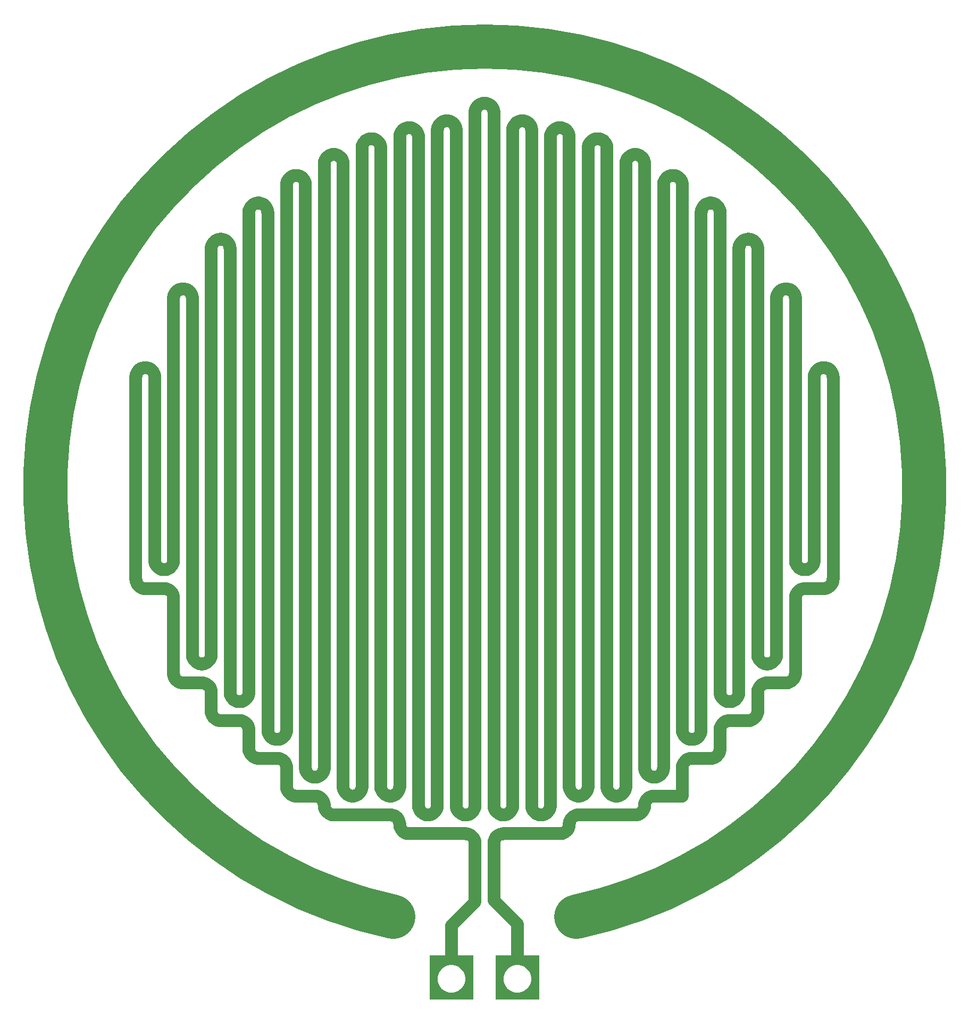
<source format=gtl>
%FSTAX44Y44*%
%MOMM*%
%SFA1B1*%

%IPPOS*%
%ADD11C,6.999986*%
%ADD15C,1.999996*%
%ADD16C,0.999998*%
%ADD17C,3.999992*%
%LNpcb1-1*%
%LPD*%
G36*
X-01571979Y00054459D02*
X-01641979D01*
Y0012446*
X-01571979*
Y00054459*
G37*
G36*
X-01466979D02*
X-01536979D01*
Y0012446*
X-01466979*
Y00054459*
G37*
%LNpcb1-2*%
%LPC*%
G36*
X-01609296Y00109479D02*
X-01613546Y00108634D01*
X-0161755Y00106975*
X-01621153Y00104568*
X-01624218Y00101503*
X-01626625Y000979*
X-01628284Y00093896*
X-01629129Y00089646*
Y00087479*
Y00085312*
X-01628284Y00081062*
X-01626625Y00077058*
X-01624218Y00073455*
X-01621153Y00070391*
X-0161755Y00067983*
X-01613546Y00066324*
X-01609296Y00065479*
X-01607129*
X-01604962*
X-01600712Y00066324*
X-01596708Y00067983*
X-01593105Y0007039*
X-01590041Y00073455*
X-01587633Y00077058*
X-01585976Y00081062*
X-01585129Y00085312*
Y00087479*
Y00089646*
X-01585974Y00093896*
X-01587633Y000979*
X-01590041Y00101503*
X-01593105Y00104568*
X-01596708Y00106975*
X-01600712Y00108634*
X-01604962Y00109479*
X-01607129*
X-01609296*
G37*
G36*
X-01504296D02*
X-01508546Y00108634D01*
X-0151255Y00106975*
X-01516153Y00104568*
X-01519218Y00101503*
X-01521625Y000979*
X-01523284Y00093896*
X-01524129Y00089646*
Y00087479*
Y00085312*
X-01523284Y00081062*
X-01521625Y00077058*
X-01519218Y00073455*
X-01516153Y00070391*
X-0151255Y00067983*
X-01508546Y00066324*
X-01504296Y00065479*
X-01502129*
X-01499962*
X-01495712Y00066324*
X-01491708Y00067983*
X-01488105Y0007039*
X-01485041Y00073455*
X-01482633Y00077058*
X-01480975Y00081062*
X-01480129Y00085312*
Y00087479*
Y00089646*
X-01480974Y00093896*
X-01482633Y000979*
X-01485041Y00101503*
X-01488105Y00104568*
X-01491708Y00106975*
X-01495712Y00108634*
X-01499962Y00109479*
X-01502129*
X-01504296*
G37*
%LNpcb1-3*%
%LPD*%
G54D11*
X-01408941Y00186516D02*
D01*
X-01361533Y00198336*
X-01315065Y00213435*
X-01269764Y00231738*
X-01225849Y00253156*
X-01183536Y00277586*
X-0114303Y00304908*
X-01104528Y00334988*
X-01068219Y00367682*
X-01034278Y00402828*
X-01002872Y00440256*
X-00974154Y00479784*
X-00948262Y00521219*
X-00925324Y0056436*
X-00905451Y00608995*
X-0088874Y00654908*
X-00875273Y00701874*
X-00865114Y00749666*
X-00858315Y00798049*
X-00854906Y0084679*
Y00895649*
X-00858314Y00944389*
X-00865114Y00992773*
X-00875273Y01040565*
X-0088874Y01087531*
X-00905451Y01133444*
X-00925324Y01178079*
X-00948262Y01221219*
X-00974153Y01262654*
X-01002872Y01302182*
X-01034278Y0133961*
X-01068219Y01374757*
X-01104528Y0140745*
X-0114303Y01437531*
X-01183536Y01464853*
X-01225849Y01489282*
X-01269764Y01510701*
X-01315065Y01529004*
X-01361533Y01544102*
X-01408941Y01555922*
X-01457058Y01564407*
X-0150565Y01569514*
X-01554479Y01571219*
X-01603309Y01569514*
X-016519Y01564407*
X-01700017Y01555922*
X-01747425Y01544102*
X-01793893Y01529004*
X-01839195Y01510701*
X-01883109Y01489283*
X-01925423Y01464853*
X-01965929Y01437531*
X-0200443Y0140745*
X-0204074Y01374757*
X-0207468Y01339611*
X-02106086Y01302182*
X-02134805Y01262654*
X-02160697Y01221219*
X-02183635Y01178079*
X-02203508Y01133444*
X-02220219Y01087531*
X-02233686Y01040565*
X-02243844Y00992773*
X-02250644Y00944389*
X-02254053Y00895649*
Y0084679*
X-02250644Y0079805*
X-02243844Y00749666*
X-02233686Y00701874*
X-02220219Y00654908*
X-02203508Y00608995*
X-02183635Y0056436*
X-02160697Y0052122*
X-02134805Y00479785*
X-02106087Y00440257*
X-02074681Y00402828*
X-0204074Y00367682*
X-02004431Y00334989*
X-01965929Y00304908*
X-01925423Y00277586*
X-0188311Y00253156*
X-01839195Y00231738*
X-01793894Y00213435*
X-01747426Y00198337*
X-01700018Y00186517*
X-01700017Y00186516*
G54D15*
X-01539479Y0146558D02*
D01*
X-01539516Y01466626*
X-01539625Y01467667*
X-01539807Y01468698*
X-0154006Y01469714*
X-01540384Y0147071*
X-01540776Y0147168*
X-01541235Y01472621*
X-01541759Y01473528*
X-01542344Y01474396*
X-01542989Y01475221*
X-01543689Y01475999*
X-01544442Y01476727*
X-01545245Y014774*
X-01546091Y01478015*
X-01546979Y0147857*
X-01547904Y01479061*
X-0154886Y01479487*
X-01549844Y01479845*
X-01550851Y01480134*
X-01551875Y01480351*
X-01552912Y01480497*
X-01553956Y0148057*
X-01555003*
X-01556047Y01480497*
X-01557084Y01480351*
X-01558108Y01480134*
X-01559115Y01479845*
X-01560098Y01479487*
X-01561055Y01479061*
X-01561979Y0147857*
X-01562867Y01478015*
X-01563714Y014774*
X-01564516Y01476727*
X-01565269Y01475999*
X-0156597Y01475221*
X-01566615Y01474396*
X-015672Y01473528*
X-01567724Y01472621*
X-01568183Y0147168*
X-01568575Y0147071*
X-01568898Y01469714*
X-01569152Y01468698*
X-01569333Y01467667*
X-01569443Y01466626*
X-01569479Y0146558*
X-01584479Y00348369D02*
D01*
X-01583433Y00348406*
X-01582392Y00348515*
X-01581361Y00348697*
X-01580345Y00348951*
X-01579349Y00349274*
X-01578378Y00349666*
X-01577437Y00350125*
X-01576531Y00350649*
X-01575663Y00351234*
X-01574838Y00351879*
X-0157406Y00352579*
X-01573332Y00353332*
X-01572659Y00354134*
X-01572044Y00354982*
X-01571489Y00355869*
X-01570997Y00356794*
X-01570572Y0035775*
X-01570214Y00358734*
X-01569925Y0035974*
X-01569707Y00360765*
X-01569562Y00361801*
X-01569489Y00362846*
X-01569479Y00363369*
X-01599479D02*
D01*
X-01599443Y00362323*
X-01599333Y00361282*
X-01599151Y00360251*
X-01598898Y00359235*
X-01598575Y00358239*
X-01598182Y00357268*
X-01597724Y00356327*
X-015972Y00355421*
X-01596615Y00354553*
X-0159597Y00353728*
X-01595269Y0035295*
X-01594516Y00352222*
X-01593714Y00351549*
X-01592867Y00350934*
X-01591979Y00350379*
X-01591055Y00349888*
X-01590098Y00349462*
X-01589115Y00349103*
X-01588108Y00348815*
X-01587084Y00348597*
X-01586047Y00348451*
X-01585003Y00348379*
X-01584479Y00348369*
X-01599479Y01437591D02*
D01*
X-01599516Y01438638*
X-01599625Y01439679*
X-01599807Y0144071*
X-01600061Y01441726*
X-01600384Y01442722*
X-01600776Y01443692*
X-01601235Y01444633*
X-01601759Y0144554*
X-01602344Y01446408*
X-01602989Y01447233*
X-01603689Y01448011*
X-01604442Y01448739*
X-01605244Y01449412*
X-01606092Y01450027*
X-01606979Y01450582*
X-01607904Y01451073*
X-0160886Y01451499*
X-01609844Y01451857*
X-0161085Y01452146*
X-01611875Y01452363*
X-01612911Y01452509*
X-01613956Y01452582*
X-01614479Y01452591*
D01*
X-01615526Y01452555*
X-01616567Y01452445*
X-01617598Y01452264*
X-01618614Y0145201*
X-0161961Y01451687*
X-0162058Y01451295*
X-01621522Y01450836*
X-01622428Y01450312*
X-01623296Y01449727*
X-01624121Y01449082*
X-01624899Y01448381*
X-01625626Y01447628*
X-016263Y01446826*
X-01626915Y01445979*
X-0162747Y01445091*
X-01627961Y01444167*
X-01628387Y0144321*
X-01628745Y01442227*
X-01629034Y0144122*
X-01629252Y01440196*
X-01629397Y01439159*
X-0162947Y01438115*
X-01629479Y01437591*
X-01644479Y00348369D02*
D01*
X-01643433Y00348406*
X-01642392Y00348515*
X-01641361Y00348697*
X-01640345Y00348951*
X-01639349Y00349274*
X-01638378Y00349666*
X-01637437Y00350125*
X-01636531Y00350649*
X-01635662Y00351234*
X-01634837Y00351879*
X-01634059Y00352579*
X-01633332Y00353332*
X-01632659Y00354134*
X-01632044Y00354982*
X-01631489Y00355869*
X-01630998Y00356794*
X-01630572Y0035775*
X-01630213Y00358734*
X-01629925Y0035974*
X-01629707Y00360765*
X-01629562Y00361801*
X-01629488Y00362846*
X-01629479Y00363369*
X-01659479D02*
D01*
X-01659443Y00362323*
X-01659333Y00361282*
X-01659152Y00360251*
X-01658898Y00359235*
X-01658575Y00358239*
X-01658183Y00357268*
X-01657724Y00356327*
X-016572Y00355421*
X-01656615Y00354553*
X-0165597Y00353728*
X-01655269Y0035295*
X-01654516Y00352222*
X-01653714Y00351549*
X-01652867Y00350934*
X-01651979Y00350379*
X-01651055Y00349888*
X-01650099Y00349462*
X-01649115Y00349103*
X-01648108Y00348815*
X-01647084Y00348597*
X-01646047Y00348451*
X-01645003Y00348379*
X-01644479Y00348369*
X-01659479Y01426652D02*
D01*
X-01659516Y01427699*
X-01659625Y0142874*
X-01659807Y01429771*
X-0166006Y01430787*
X-01660384Y01431783*
X-01660776Y01432753*
X-01661235Y01433694*
X-01661759Y01434601*
X-01662344Y01435469*
X-01662989Y01436294*
X-01663689Y01437072*
X-01664442Y014378*
X-01665244Y01438473*
X-01666091Y01439088*
X-01666979Y01439643*
X-01667904Y01440134*
X-0166886Y0144056*
X-01669844Y01440918*
X-01670851Y01441207*
X-01671875Y01441425*
X-01672912Y0144157*
X-01673956Y01441643*
X-01675003*
X-01676047Y0144157*
X-01677084Y01441425*
X-01678108Y01441207*
X-01679115Y01440918*
X-01680099Y0144056*
X-01681055Y01440134*
X-01681979Y01439643*
X-01682867Y01439088*
X-01683714Y01438473*
X-01684516Y014378*
X-01685269Y01437072*
X-0168597Y01436294*
X-01686615Y01435469*
X-016872Y01434601*
X-01687724Y01433694*
X-01688183Y01432753*
X-01688575Y01431783*
X-01688898Y01430787*
X-01689152Y01429771*
X-01689333Y0142874*
X-01689443Y01427699*
X-01689479Y01426652*
X-01719479Y00393369D02*
D01*
X-01719443Y00392323*
X-01719333Y00391282*
X-01719152Y00390251*
X-01718898Y00389235*
X-01718575Y00388239*
X-01718183Y00387268*
X-01717724Y00386327*
X-017172Y00385421*
X-01716615Y00384553*
X-0171597Y00383727*
X-01715269Y00382949*
X-01714516Y00382222*
X-01713714Y00381549*
X-01712867Y00380934*
X-01711979Y00380379*
X-01711055Y00379887*
X-01710098Y00379462*
X-01709115Y00379104*
X-01708108Y00378815*
X-01707084Y00378597*
X-01706047Y00378452*
X-01705003Y00378378*
X-01703956*
X-01702912Y00378452*
X-01701875Y00378597*
X-01700851Y00378815*
X-01699844Y00379104*
X-0169886Y00379462*
X-01697904Y00379887*
X-01696979Y00380379*
X-01696091Y00380934*
X-01695245Y00381549*
X-01694442Y00382222*
X-01693689Y00382949*
X-01692989Y00383727*
X-01692344Y00384553*
X-01691759Y00385421*
X-01691235Y00386327*
X-01690776Y00387268*
X-01690384Y00388239*
X-0169006Y00389235*
X-01689807Y00390251*
X-01689625Y00391282*
X-01689516Y00392323*
X-01689479Y00393369*
X-01719479Y01409024D02*
D01*
X-01719516Y01410071*
X-01719625Y01411112*
X-01719807Y01412143*
X-0172006Y01413159*
X-01720384Y01414155*
X-01720776Y01415125*
X-01721235Y01416067*
X-01721759Y01416973*
X-01722344Y01417841*
X-01722989Y01418666*
X-01723689Y01419444*
X-01724442Y01420172*
X-01725244Y01420845*
X-01726092Y0142146*
X-01726979Y01422015*
X-01727904Y01422506*
X-0172886Y01422932*
X-01729844Y0142329*
X-0173085Y01423579*
X-01731875Y01423797*
X-01732911Y01423942*
X-01733956Y01424015*
X-01735003*
X-01736047Y01423942*
X-01737084Y01423797*
X-01738108Y01423579*
X-01739115Y0142329*
X-01740098Y01422932*
X-01741055Y01422506*
X-01741979Y01422015*
X-01742867Y0142146*
X-01743714Y01420845*
X-01744516Y01420172*
X-0174527Y01419444*
X-0174597Y01418666*
X-01746615Y01417841*
X-017472Y01416973*
X-01747723Y01416067*
X-01748182Y01415125*
X-01748575Y01414155*
X-01748898Y01413159*
X-01749152Y01412143*
X-01749333Y01411112*
X-01749443Y01410071*
X-01749479Y01409024*
X-01779479Y00393369D02*
D01*
X-01779443Y00392323*
X-01779334Y00391282*
X-01779152Y00390251*
X-01778898Y00389235*
X-01778575Y00388239*
X-01778183Y00387268*
X-01777724Y00386327*
X-017772Y00385421*
X-01776615Y00384553*
X-0177597Y00383727*
X-0177527Y00382949*
X-01774516Y00382222*
X-01773714Y00381549*
X-01772867Y00380934*
X-01771979Y00380379*
X-01771055Y00379887*
X-01770099Y00379462*
X-01769115Y00379104*
X-01768108Y00378815*
X-01767084Y00378597*
X-01766047Y00378452*
X-01765003Y00378378*
X-01763956*
X-01762911Y00378452*
X-01761875Y00378597*
X-0176085Y00378815*
X-01759844Y00379104*
X-0175886Y00379462*
X-01757904Y00379887*
X-01756979Y00380379*
X-01756091Y00380934*
X-01755244Y00381549*
X-01754443Y00382222*
X-01753689Y00382949*
X-01752989Y00383727*
X-01752344Y00384553*
X-01751759Y00385421*
X-01751235Y00386327*
X-01750776Y00387268*
X-01750384Y00388239*
X-01750061Y00389235*
X-01749807Y00390251*
X-01749625Y00391282*
X-01749516Y00392323*
X-01749479Y00393369*
X-01779479Y01384039D02*
D01*
X-01779516Y01385086*
X-01779625Y01386127*
X-01779807Y01387158*
X-0178006Y01388174*
X-01780384Y0138917*
X-01780776Y0139014*
X-01781235Y01391082*
X-01781759Y01391988*
X-01782344Y01392856*
X-01782989Y01393681*
X-01783689Y01394459*
X-01784442Y01395186*
X-01785244Y0139586*
X-01786091Y01396475*
X-01786979Y0139703*
X-01787904Y01397521*
X-0178886Y01397947*
X-01789844Y01398305*
X-01790851Y01398594*
X-01791875Y01398812*
X-01792911Y01398957*
X-01793956Y0139903*
X-01795003*
X-01796047Y01398957*
X-01797084Y01398812*
X-01798108Y01398594*
X-01799115Y01398305*
X-01800099Y01397947*
X-01801055Y01397521*
X-01801979Y0139703*
X-01802867Y01396475*
X-01803714Y0139586*
X-01804516Y01395186*
X-01805269Y01394459*
X-0180597Y01393681*
X-01806615Y01392856*
X-018072Y01391988*
X-01807724Y01391082*
X-01808183Y0139014*
X-01808575Y0138917*
X-01808898Y01388174*
X-01809152Y01387158*
X-01809333Y01386127*
X-01809443Y01385086*
X-01809479Y01384039*
X-01839479Y00423369D02*
D01*
X-01839443Y00422323*
X-01839333Y00421282*
X-01839152Y00420251*
X-01838898Y00419235*
X-01838575Y00418239*
X-01838183Y00417268*
X-01837724Y00416327*
X-018372Y00415421*
X-01836615Y00414553*
X-0183597Y00413728*
X-01835269Y00412949*
X-01834516Y00412222*
X-01833714Y00411549*
X-01832867Y00410934*
X-01831979Y00410379*
X-01831055Y00409887*
X-01830098Y00409462*
X-01829115Y00409104*
X-01828108Y00408815*
X-01827084Y00408597*
X-01826047Y00408452*
X-01825003Y00408378*
X-01823956*
X-01822912Y00408452*
X-01821875Y00408597*
X-01820851Y00408815*
X-01819844Y00409104*
X-0181886Y00409462*
X-01817904Y00409887*
X-01816979Y00410379*
X-01816091Y00410934*
X-01815245Y00411549*
X-01814442Y00412222*
X-01813689Y00412949*
X-01812989Y00413728*
X-01812344Y00414553*
X-01811759Y00415421*
X-01811235Y00416327*
X-01810776Y00417268*
X-01810384Y00418239*
X-0181006Y00419235*
X-01809807Y00420251*
X-01809625Y00421282*
X-01809516Y00422323*
X-01809479Y00423369*
X-01839479Y01350581D02*
D01*
X-01839516Y01351628*
X-01839625Y01352669*
X-01839807Y013537*
X-0184006Y01354716*
X-01840384Y01355712*
X-01840776Y01356682*
X-01841235Y01357623*
X-01841759Y0135853*
X-01842344Y01359398*
X-01842989Y01360223*
X-01843689Y01361001*
X-01844442Y01361729*
X-01845244Y01362402*
X-01846092Y01363017*
X-01846979Y01363572*
X-01847904Y01364063*
X-0184886Y01364489*
X-01849844Y01364847*
X-01850851Y01365136*
X-01851875Y01365353*
X-01852911Y01365499*
X-01853956Y01365572*
X-01855003*
X-01856047Y01365499*
X-01857084Y01365353*
X-01858108Y01365136*
X-01859115Y01364847*
X-01860098Y01364489*
X-01861055Y01364063*
X-01861979Y01363572*
X-01862867Y01363017*
X-01863714Y01362402*
X-01864516Y01361729*
X-0186527Y01361001*
X-0186597Y01360223*
X-01866615Y01359398*
X-018672Y0135853*
X-01867723Y01357623*
X-01868182Y01356682*
X-01868575Y01355712*
X-01868898Y01354716*
X-01869151Y013537*
X-01869333Y01352669*
X-01869443Y01351628*
X-01869479Y01350581*
X-01899479Y00483369D02*
D01*
X-01899443Y00482323*
X-01899333Y00481282*
X-01899152Y00480251*
X-01898898Y00479235*
X-01898575Y00478239*
X-01898183Y00477268*
X-01897724Y00476327*
X-018972Y00475421*
X-01896615Y00474553*
X-0189597Y00473728*
X-0189527Y0047295*
X-01894516Y00472222*
X-01893714Y00471549*
X-01892867Y00470934*
X-01891979Y00470379*
X-01891055Y00469888*
X-01890099Y00469462*
X-01889115Y00469103*
X-01888108Y00468815*
X-01887084Y00468597*
X-01886047Y00468451*
X-01885003Y00468379*
X-01883956*
X-01882911Y00468451*
X-01881875Y00468597*
X-0188085Y00468815*
X-01879844Y00469103*
X-0187886Y00469462*
X-01877904Y00469888*
X-01876979Y00470379*
X-01876092Y00470934*
X-01875244Y00471549*
X-01874443Y00472222*
X-01873689Y0047295*
X-01872989Y00473728*
X-01872344Y00474553*
X-01871759Y00475421*
X-01871235Y00476327*
X-01870776Y00477268*
X-01870384Y00478239*
X-01870061Y00479235*
X-01869807Y00480251*
X-01869625Y00481282*
X-01869516Y00482323*
X-01869479Y00483369*
X-01899479Y01306767D02*
D01*
X-01899516Y01307814*
X-01899625Y01308855*
X-01899807Y01309886*
X-0190006Y01310902*
X-01900384Y01311898*
X-01900776Y01312868*
X-01901235Y01313809*
X-01901759Y01314716*
X-01902344Y01315584*
X-01902989Y01316409*
X-01903689Y01317187*
X-01904442Y01317915*
X-01905244Y01318587*
X-01906091Y01319203*
X-01906979Y01319758*
X-01907904Y01320249*
X-0190886Y01320675*
X-01909844Y01321033*
X-01910851Y01321322*
X-01911875Y01321539*
X-01912911Y01321685*
X-01913956Y01321758*
X-01915003*
X-01916047Y01321685*
X-01917084Y01321539*
X-01918108Y01321322*
X-01919115Y01321033*
X-01920099Y01320675*
X-01921055Y01320249*
X-01921979Y01319758*
X-01922867Y01319203*
X-01923714Y01318587*
X-01924516Y01317915*
X-01925269Y01317187*
X-0192597Y01316409*
X-01926615Y01315584*
X-019272Y01314716*
X-01927724Y01313809*
X-01928183Y01312868*
X-01928575Y01311898*
X-01928898Y01310902*
X-01929152Y01309886*
X-01929333Y01308855*
X-01929443Y01307814*
X-01929479Y01306767*
X-01959479Y00543369D02*
D01*
X-01959443Y00542323*
X-01959333Y00541282*
X-01959152Y00540251*
X-01958898Y00539235*
X-01958575Y00538239*
X-01958183Y00537268*
X-01957724Y00536327*
X-019572Y00535421*
X-01956615Y00534553*
X-0195597Y00533728*
X-01955269Y00532949*
X-01954516Y00532222*
X-01953714Y00531549*
X-01952867Y00530934*
X-01951979Y00530379*
X-01951055Y00529887*
X-01950098Y00529462*
X-01949115Y00529104*
X-01948108Y00528815*
X-01947084Y00528597*
X-01946047Y00528452*
X-01945003Y00528378*
X-01943956*
X-01942912Y00528452*
X-01941875Y00528597*
X-01940851Y00528815*
X-01939844Y00529104*
X-0193886Y00529462*
X-01937904Y00529887*
X-01936979Y00530379*
X-01936091Y00530934*
X-01935245Y00531549*
X-01934442Y00532222*
X-01933689Y00532949*
X-01932989Y00533728*
X-01932344Y00534553*
X-01931759Y00535421*
X-01931235Y00536327*
X-01930776Y00537268*
X-01930384Y00538239*
X-0193006Y00539235*
X-01929807Y00540251*
X-01929625Y00541282*
X-01929516Y00542323*
X-01929479Y00543369*
X-01959479Y01249148D02*
D01*
X-01959516Y01250195*
X-01959625Y01251236*
X-01959807Y01252267*
X-0196006Y01253283*
X-01960384Y01254279*
X-01960776Y01255249*
X-01961235Y01256191*
X-01961759Y01257097*
X-01962344Y01257965*
X-01962989Y0125879*
X-01963689Y01259568*
X-01964442Y01260295*
X-01965244Y01260969*
X-01966092Y01261584*
X-01966979Y01262139*
X-01967904Y0126263*
X-0196886Y01263056*
X-01969844Y01263414*
X-01970851Y01263703*
X-01971875Y01263921*
X-01972911Y01264066*
X-01973956Y01264139*
X-01975003*
X-01976047Y01264066*
X-01977084Y01263921*
X-01978108Y01263703*
X-01979115Y01263414*
X-01980098Y01263056*
X-01981055Y0126263*
X-01981979Y01262139*
X-01982867Y01261584*
X-01983714Y01260969*
X-01984516Y01260295*
X-0198527Y01259568*
X-0198597Y0125879*
X-01986615Y01257965*
X-019872Y01257097*
X-01987723Y01256191*
X-01988182Y01255249*
X-01988575Y01254279*
X-01988898Y01253283*
X-01989151Y01252267*
X-01989333Y01251236*
X-01989443Y01250195*
X-01989479Y01249148*
X-02019479Y00603369D02*
D01*
X-02019443Y00602323*
X-02019333Y00601282*
X-02019152Y00600251*
X-02018898Y00599235*
X-02018575Y00598239*
X-02018183Y00597268*
X-02017724Y00596327*
X-020172Y0059542*
X-02016615Y00594553*
X-0201597Y00593728*
X-0201527Y0059295*
X-02014516Y00592222*
X-02013714Y00591549*
X-02012867Y00590934*
X-02011979Y00590379*
X-02011055Y00589888*
X-02010098Y00589462*
X-02009115Y00589103*
X-02008108Y00588815*
X-02007084Y00588597*
X-02006047Y00588451*
X-02005003Y00588379*
X-02003956*
X-02002911Y00588451*
X-02001875Y00588597*
X-0200085Y00588815*
X-01999844Y00589103*
X-0199886Y00589462*
X-01997904Y00589888*
X-01996979Y00590379*
X-01996092Y00590934*
X-01995244Y00591549*
X-01994442Y00592222*
X-01993689Y0059295*
X-01992989Y00593728*
X-01992344Y00594553*
X-01991759Y0059542*
X-01991235Y00596327*
X-01990776Y00597268*
X-01990384Y00598239*
X-01990061Y00599235*
X-01989807Y00600251*
X-01989625Y00601282*
X-01989516Y00602323*
X-01989479Y00603369*
X-02019479Y01170215D02*
D01*
X-02019516Y01171262*
X-02019625Y01172303*
X-02019807Y01173334*
X-0202006Y0117435*
X-02020384Y01175346*
X-02020776Y01176316*
X-02021235Y01177257*
X-02021759Y01178164*
X-02022344Y01179032*
X-02022989Y01179857*
X-02023689Y01180635*
X-02024442Y01181363*
X-02025244Y01182035*
X-02026091Y01182651*
X-02026979Y01183206*
X-02027904Y01183697*
X-0202886Y01184123*
X-02029844Y01184481*
X-02030851Y0118477*
X-02031875Y01184987*
X-02032911Y01185133*
X-02033956Y01185206*
X-02035003*
X-02036047Y01185133*
X-02037084Y01184987*
X-02038108Y0118477*
X-02039115Y01184481*
X-02040099Y01184123*
X-02041055Y01183697*
X-02041979Y01183206*
X-02042867Y01182651*
X-02043714Y01182035*
X-02044516Y01181363*
X-02045269Y01180635*
X-0204597Y01179857*
X-02046615Y01179032*
X-020472Y01178164*
X-02047724Y01177257*
X-02048183Y01176316*
X-02048575Y01175346*
X-02048898Y0117435*
X-02049152Y01173334*
X-02049333Y01172303*
X-02049443Y01171262*
X-02049479Y01170215*
X-02079479Y00753369D02*
D01*
X-02079443Y00752323*
X-02079333Y00751282*
X-02079152Y00750251*
X-02078898Y00749235*
X-02078575Y00748239*
X-02078183Y00747268*
X-02077724Y00746327*
X-020772Y00745421*
X-02076615Y00744552*
X-0207597Y00743728*
X-02075269Y0074295*
X-02074516Y00742222*
X-02073714Y00741549*
X-02072867Y00740934*
X-02071979Y00740379*
X-02071055Y00739888*
X-02070098Y00739462*
X-02069115Y00739103*
X-02068108Y00738815*
X-02067084Y00738597*
X-02066047Y00738452*
X-02065003Y00738379*
X-02063956*
X-02062912Y00738452*
X-02061875Y00738597*
X-02060851Y00738815*
X-02059844Y00739103*
X-0205886Y00739462*
X-02057904Y00739888*
X-02056979Y00740379*
X-02056091Y00740934*
X-02055245Y00741549*
X-02054442Y00742222*
X-02053689Y0074295*
X-02052989Y00743728*
X-02052344Y00744552*
X-02051759Y00745421*
X-02051235Y00746327*
X-02050776Y00747268*
X-02050384Y00748239*
X-0205006Y00749235*
X-02049807Y00750251*
X-02049625Y00751282*
X-02049516Y00752323*
X-02049479Y00753369*
X-02079479Y01044881D02*
D01*
X-02079516Y01045928*
X-02079625Y01046969*
X-02079807Y01048*
X-0208006Y01049016*
X-02080384Y01050012*
X-02080776Y01050982*
X-02081235Y01051923*
X-02081759Y0105283*
X-02082344Y01053698*
X-02082989Y01054523*
X-02083689Y01055301*
X-02084442Y01056029*
X-02085245Y01056701*
X-02086092Y01057317*
X-02086979Y01057872*
X-02087904Y01058363*
X-0208886Y01058789*
X-02089844Y01059147*
X-02090851Y01059436*
X-02091875Y01059653*
X-02092911Y01059799*
X-02093956Y01059872*
X-02095003*
X-02096047Y01059799*
X-02097084Y01059653*
X-02098108Y01059436*
X-02099115Y01059147*
X-02100098Y01058789*
X-02101055Y01058363*
X-02101979Y01057872*
X-02102867Y01057317*
X-02103714Y01056701*
X-02104516Y01056029*
X-02105269Y01055301*
X-0210597Y01054523*
X-02106615Y01053698*
X-021072Y0105283*
X-02107724Y01051923*
X-02108182Y01050982*
X-02108575Y01050012*
X-02108898Y01049016*
X-02109151Y01048*
X-02109333Y01046969*
X-02109443Y01045928*
X-02109479Y01044881*
Y00723369D02*
D01*
X-02109443Y00722323*
X-02109333Y00721282*
X-02109151Y00720251*
X-02108898Y00719235*
X-02108575Y00718239*
X-02108182Y00717268*
X-02107724Y00716327*
X-021072Y0071542*
X-02106615Y00714553*
X-0210597Y00713728*
X-02105269Y0071295*
X-02104516Y00712222*
X-02103714Y00711549*
X-02102867Y00710934*
X-02101979Y00710379*
X-02101055Y00709887*
X-02100098Y00709462*
X-02099115Y00709103*
X-02098108Y00708815*
X-02097084Y00708597*
X-02096047Y00708451*
X-02095003Y00708379*
X-02094479Y00708369*
X-02049479Y00693369D02*
D01*
X-02049516Y00694416*
X-02049625Y00695457*
X-02049807Y00696488*
X-0205006Y00697504*
X-02050384Y006985*
X-02050776Y00699471*
X-02051235Y00700411*
X-02051759Y00701318*
X-02052344Y00702186*
X-02052989Y00703011*
X-02053689Y00703789*
X-02054442Y00704517*
X-02055245Y0070519*
X-02056091Y00705805*
X-02056979Y0070636*
X-02057904Y00706851*
X-0205886Y00707277*
X-02059844Y00707635*
X-02060851Y00707924*
X-02061875Y00708142*
X-02062912Y00708287*
X-02063956Y0070836*
X-02064479Y00708369*
X-02049479Y00573369D02*
D01*
X-02049443Y00572323*
X-02049333Y00571282*
X-02049152Y00570251*
X-02048898Y00569235*
X-02048575Y00568239*
X-02048183Y00567268*
X-02047724Y00566327*
X-020472Y00565421*
X-02046615Y00564553*
X-0204597Y00563728*
X-02045269Y0056295*
X-02044516Y00562222*
X-02043714Y00561549*
X-02042867Y00560934*
X-02041979Y00560379*
X-02041055Y00559887*
X-02040099Y00559462*
X-02039115Y00559104*
X-02038108Y00558815*
X-02037084Y00558597*
X-02036047Y00558452*
X-02035003Y00558379*
X-02034479Y00558369*
X-01989479Y00543369D02*
D01*
X-01989516Y00544416*
X-01989625Y00545457*
X-01989807Y00546488*
X-01990061Y00547504*
X-01990384Y005485*
X-01990776Y0054947*
X-01991235Y00550411*
X-01991759Y00551318*
X-01992344Y00552186*
X-01992989Y00553011*
X-01993689Y00553789*
X-01994442Y00554517*
X-01995244Y0055519*
X-01996092Y00555805*
X-01996979Y0055636*
X-01997904Y00556851*
X-0199886Y00557277*
X-01999844Y00557635*
X-0200085Y00557924*
X-02001875Y00558141*
X-02002911Y00558287*
X-02003956Y0055836*
X-02004479Y00558369*
X-01989479Y00513369D02*
D01*
X-01989443Y00512323*
X-01989333Y00511282*
X-01989151Y00510251*
X-01988898Y00509235*
X-01988575Y00508239*
X-01988182Y00507268*
X-01987723Y00506327*
X-019872Y00505421*
X-01986615Y00504553*
X-0198597Y00503727*
X-0198527Y00502949*
X-01984516Y00502222*
X-01983714Y00501549*
X-01982867Y00500934*
X-01981979Y00500379*
X-01981055Y00499888*
X-01980098Y00499462*
X-01979115Y00499103*
X-01978108Y00498815*
X-01977084Y00498597*
X-01976047Y00498452*
X-01975003Y00498378*
X-01974479Y00498369*
X-01929479Y00483369D02*
D01*
X-01929516Y00484416*
X-01929625Y00485457*
X-01929807Y00486488*
X-0193006Y00487504*
X-01930384Y004885*
X-01930776Y0048947*
X-01931235Y00490412*
X-01931759Y00491318*
X-01932344Y00492186*
X-01932989Y00493011*
X-01933689Y00493789*
X-01934442Y00494517*
X-01935245Y0049519*
X-01936091Y00495805*
X-01936979Y0049636*
X-01937904Y00496851*
X-0193886Y00497277*
X-01939844Y00497635*
X-01940851Y00497924*
X-01941875Y00498142*
X-01942912Y00498287*
X-01943956Y0049836*
X-01944479Y00498369*
X-01929479Y00453369D02*
D01*
X-01929443Y00452323*
X-01929333Y00451282*
X-01929152Y00450251*
X-01928898Y00449235*
X-01928575Y00448239*
X-01928183Y00447268*
X-01927724Y00446327*
X-019272Y00445421*
X-01926615Y00444553*
X-0192597Y00443728*
X-01925269Y0044295*
X-01924516Y00442222*
X-01923714Y00441549*
X-01922867Y00440934*
X-01921979Y00440379*
X-01921055Y00439887*
X-01920099Y00439462*
X-01919115Y00439104*
X-01918108Y00438815*
X-01917084Y00438597*
X-01916047Y00438452*
X-01915003Y00438379*
X-01914479Y00438369*
X-01869479Y00423369D02*
D01*
X-01869516Y00424416*
X-01869625Y00425457*
X-01869807Y00426488*
X-01870061Y00427504*
X-01870384Y004285*
X-01870776Y0042947*
X-01871235Y00430411*
X-01871759Y00431318*
X-01872344Y00432186*
X-01872989Y00433011*
X-01873689Y00433789*
X-01874443Y00434517*
X-01875244Y0043519*
X-01876092Y00435805*
X-01876979Y0043636*
X-01877904Y00436851*
X-0187886Y00437277*
X-01879844Y00437635*
X-0188085Y00437924*
X-01881875Y00438141*
X-01882911Y00438287*
X-01883956Y0043836*
X-01884479Y00438369*
X-01869479Y00393369D02*
D01*
X-01869443Y00392323*
X-01869333Y00391282*
X-01869151Y00390251*
X-01868898Y00389235*
X-01868575Y00388239*
X-01868182Y00387268*
X-01867723Y00386327*
X-018672Y00385421*
X-01866615Y00384553*
X-0186597Y00383727*
X-0186527Y00382949*
X-01864516Y00382222*
X-01863714Y00381549*
X-01862867Y00380934*
X-01861979Y00380379*
X-01861055Y00379887*
X-01860098Y00379462*
X-01859115Y00379104*
X-01858108Y00378815*
X-01857084Y00378597*
X-01856047Y00378452*
X-01855003Y00378378*
X-01854479Y00378369*
X-01809479Y00363369D02*
D01*
X-01809516Y00364416*
X-01809625Y00365457*
X-01809807Y00366488*
X-0181006Y00367504*
X-01810384Y003685*
X-01810776Y0036947*
X-01811235Y00370412*
X-01811759Y00371318*
X-01812344Y00372186*
X-01812989Y00373011*
X-01813689Y00373789*
X-01814442Y00374517*
X-01815245Y0037519*
X-01816091Y00375805*
X-01816979Y0037636*
X-01817904Y00376851*
X-0181886Y00377277*
X-01819844Y00377635*
X-01820851Y00377924*
X-01821875Y00378141*
X-01822912Y00378287*
X-01823956Y0037836*
X-01824479Y00378369*
X-01809479Y00363369D02*
D01*
X-01809443Y00362323*
X-01809333Y00361282*
X-01809152Y00360251*
X-01808898Y00359235*
X-01808575Y00358239*
X-01808183Y00357268*
X-01807724Y00356327*
X-018072Y00355421*
X-01806615Y00354553*
X-0180597Y00353728*
X-01805269Y0035295*
X-01804516Y00352222*
X-01803714Y00351549*
X-01802867Y00350934*
X-01801979Y00350379*
X-01801055Y00349888*
X-01800099Y00349462*
X-01799115Y00349103*
X-01798108Y00348815*
X-01797084Y00348597*
X-01796047Y00348451*
X-01795003Y00348379*
X-01794479Y00348369*
X-01689479Y00333369D02*
D01*
X-01689516Y00334416*
X-01689625Y00335457*
X-01689807Y00336488*
X-0169006Y00337504*
X-01690384Y003385*
X-01690776Y00339471*
X-01691235Y00340412*
X-01691759Y00341318*
X-01692344Y00342186*
X-01692989Y00343011*
X-01693689Y00343789*
X-01694442Y00344516*
X-01695245Y0034519*
X-01696091Y00345805*
X-01696979Y0034636*
X-01697904Y00346851*
X-0169886Y00347277*
X-01699844Y00347635*
X-01700851Y00347924*
X-01701875Y00348142*
X-01702912Y00348287*
X-01703956Y0034836*
X-01704479Y00348369*
X-01689479Y00333369D02*
D01*
X-01689443Y00332323*
X-01689333Y00331282*
X-01689152Y00330251*
X-01688898Y00329235*
X-01688575Y00328239*
X-01688183Y00327268*
X-01687724Y00326327*
X-016872Y0032542*
X-01686615Y00324553*
X-0168597Y00323728*
X-01685269Y0032295*
X-01684516Y00322222*
X-01683714Y00321549*
X-01682867Y00320934*
X-01681979Y00320379*
X-01681055Y00319887*
X-01680099Y00319462*
X-01679115Y00319104*
X-01678108Y00318815*
X-01677084Y00318597*
X-01676047Y00318451*
X-01675003Y00318379*
X-01674479Y00318369*
X-01569479Y00303369D02*
D01*
X-01569516Y00304416*
X-01569625Y00305457*
X-01569807Y00306488*
X-0157006Y00307504*
X-01570384Y003085*
X-01570776Y0030947*
X-01571235Y00310411*
X-01571759Y00311318*
X-01572344Y00312186*
X-01572989Y00313011*
X-01573689Y00313789*
X-01574442Y00314517*
X-01575245Y0031519*
X-01576092Y00315805*
X-01576979Y0031636*
X-01577904Y00316851*
X-0157886Y00317277*
X-01579844Y00317635*
X-01580851Y00317924*
X-01581875Y00318142*
X-01582911Y00318287*
X-01583956Y0031836*
X-01584479Y00318369*
X-01539479Y00363369D02*
D01*
X-01539443Y00362323*
X-01539333Y00361282*
X-01539152Y00360251*
X-01538898Y00359235*
X-01538575Y00358239*
X-01538183Y00357268*
X-01537724Y00356327*
X-015372Y00355421*
X-01536615Y00354553*
X-0153597Y00353728*
X-01535269Y0035295*
X-01534516Y00352222*
X-01533714Y00351549*
X-01532867Y00350934*
X-01531979Y00350379*
X-01531055Y00349888*
X-01530099Y00349462*
X-01529115Y00349103*
X-01528108Y00348815*
X-01527084Y00348597*
X-01526047Y00348451*
X-01525003Y00348379*
X-01524479Y00348369*
D01*
X-01523433Y00348406*
X-01522392Y00348515*
X-01521361Y00348697*
X-01520345Y00348951*
X-01519349Y00349274*
X-01518378Y00349666*
X-01517437Y00350125*
X-01516531Y00350649*
X-01515663Y00351234*
X-01514837Y00351879*
X-01514059Y00352579*
X-01513332Y00353332*
X-01512659Y00354134*
X-01512044Y00354982*
X-01511489Y00355869*
X-01510997Y00356794*
X-01510572Y0035775*
X-01510214Y00358734*
X-01509925Y0035974*
X-01509707Y00360765*
X-01509562Y00361801*
X-01509488Y00362846*
X-01509479Y00363369*
X-01494479Y01452591D02*
D01*
X-01495526Y01452555*
X-01496567Y01452445*
X-01497598Y01452264*
X-01498614Y0145201*
X-0149961Y01451687*
X-0150058Y01451295*
X-01501522Y01450836*
X-01502428Y01450312*
X-01503296Y01449727*
X-01504121Y01449082*
X-01504899Y01448381*
X-01505627Y01447628*
X-015063Y01446826*
X-01506915Y01445979*
X-0150747Y01445091*
X-01507961Y01444167*
X-01508387Y0144321*
X-01508745Y01442227*
X-01509034Y0144122*
X-01509251Y01440196*
X-01509397Y01439159*
X-0150947Y01438115*
X-01509479Y01437591*
X-01479479D02*
D01*
X-01479516Y01438638*
X-01479625Y01439679*
X-01479807Y0144071*
X-01480061Y01441726*
X-01480384Y01442722*
X-01480776Y01443692*
X-01481235Y01444633*
X-01481759Y0144554*
X-01482344Y01446408*
X-01482989Y01447233*
X-01483689Y01448011*
X-01484442Y01448739*
X-01485244Y01449412*
X-01486092Y01450027*
X-01486979Y01450582*
X-01487904Y01451073*
X-0148886Y01451499*
X-01489844Y01451857*
X-0149085Y01452146*
X-01491875Y01452363*
X-01492911Y01452509*
X-01493956Y01452582*
X-01494479Y01452591*
X-01479479Y00363369D02*
D01*
X-01479443Y00362323*
X-01479333Y00361282*
X-01479151Y00360251*
X-01478898Y00359235*
X-01478575Y00358239*
X-01478182Y00357268*
X-01477723Y00356327*
X-014772Y00355421*
X-01476615Y00354553*
X-0147597Y00353728*
X-01475269Y0035295*
X-01474516Y00352222*
X-01473714Y00351549*
X-01472867Y00350934*
X-01471979Y00350379*
X-01471055Y00349888*
X-01470098Y00349462*
X-01469115Y00349103*
X-01468108Y00348815*
X-01467084Y00348597*
X-01466047Y00348451*
X-01465003Y00348379*
X-01464479Y00348369*
D01*
X-01463433Y00348406*
X-01462392Y00348515*
X-01461361Y00348697*
X-01460345Y00348951*
X-01459349Y00349274*
X-01458378Y00349666*
X-01457437Y00350125*
X-0145653Y00350649*
X-01455663Y00351234*
X-01454838Y00351879*
X-0145406Y00352579*
X-01453332Y00353332*
X-01452659Y00354134*
X-01452044Y00354982*
X-01451489Y00355869*
X-01450997Y00356794*
X-01450572Y0035775*
X-01450214Y00358734*
X-01449925Y0035974*
X-01449707Y00360765*
X-01449561Y00361801*
X-01449489Y00362846*
X-01449479Y00363369*
X-01419479Y01426652D02*
D01*
X-01419516Y01427699*
X-01419625Y0142874*
X-01419807Y01429771*
X-0142006Y01430787*
X-01420384Y01431783*
X-01420776Y01432753*
X-01421235Y01433694*
X-01421759Y01434601*
X-01422344Y01435469*
X-01422989Y01436294*
X-01423689Y01437072*
X-01424442Y014378*
X-01425245Y01438473*
X-01426091Y01439088*
X-01426979Y01439643*
X-01427904Y01440134*
X-0142886Y0144056*
X-01429844Y01440918*
X-01430851Y01441207*
X-01431875Y01441425*
X-01432912Y0144157*
X-01433956Y01441643*
X-01435003*
X-01436047Y0144157*
X-01437084Y01441425*
X-01438108Y01441207*
X-01439115Y01440918*
X-01440098Y0144056*
X-01441055Y01440134*
X-01441979Y01439643*
X-01442867Y01439088*
X-01443714Y01438473*
X-01444516Y014378*
X-01445269Y01437072*
X-0144597Y01436294*
X-01446615Y01435469*
X-014472Y01434601*
X-01447724Y01433694*
X-01448183Y01432753*
X-01448575Y01431783*
X-01448898Y01430787*
X-01449152Y01429771*
X-01449333Y0142874*
X-01449443Y01427699*
X-01449479Y01426652*
X-01419479Y00393369D02*
D01*
X-01419443Y00392323*
X-01419333Y00391282*
X-01419152Y00390251*
X-01418898Y00389235*
X-01418575Y00388239*
X-01418183Y00387268*
X-01417724Y00386327*
X-014172Y00385421*
X-01416615Y00384553*
X-0141597Y00383727*
X-01415269Y00382949*
X-01414516Y00382222*
X-01413714Y00381549*
X-01412867Y00380934*
X-01411979Y00380379*
X-01411055Y00379887*
X-01410099Y00379462*
X-01409115Y00379104*
X-01408108Y00378815*
X-01407084Y00378597*
X-01406047Y00378452*
X-01405003Y00378378*
X-01403956*
X-01402911Y00378452*
X-01401875Y00378597*
X-01400851Y00378815*
X-01399844Y00379104*
X-0139886Y00379462*
X-01397904Y00379887*
X-01396979Y00380379*
X-01396091Y00380934*
X-01395244Y00381549*
X-01394442Y00382222*
X-01393689Y00382949*
X-01392989Y00383727*
X-01392344Y00384553*
X-01391759Y00385421*
X-01391235Y00386327*
X-01390776Y00387268*
X-01390384Y00388239*
X-0139006Y00389235*
X-01389807Y00390251*
X-01389625Y00391282*
X-01389516Y00392323*
X-01389479Y00393369*
X-01359479Y01409024D02*
D01*
X-01359516Y01410071*
X-01359625Y01411112*
X-01359807Y01412143*
X-01360061Y01413159*
X-01360384Y01414155*
X-01360776Y01415125*
X-01361235Y01416067*
X-01361759Y01416973*
X-01362344Y01417841*
X-01362989Y01418666*
X-01363689Y01419444*
X-01364442Y01420172*
X-01365244Y01420845*
X-01366092Y0142146*
X-01366979Y01422015*
X-01367904Y01422506*
X-0136886Y01422932*
X-01369844Y0142329*
X-0137085Y01423579*
X-01371875Y01423797*
X-01372911Y01423942*
X-01373956Y01424015*
X-01375003*
X-01376047Y01423942*
X-01377084Y01423797*
X-01378108Y01423579*
X-01379115Y0142329*
X-01380099Y01422932*
X-01381055Y01422506*
X-01381979Y01422015*
X-01382867Y0142146*
X-01383714Y01420845*
X-01384516Y01420172*
X-0138527Y01419444*
X-0138597Y01418666*
X-01386615Y01417841*
X-013872Y01416973*
X-01387724Y01416067*
X-01388183Y01415125*
X-01388575Y01414155*
X-01388898Y01413159*
X-01389152Y01412143*
X-01389333Y01411112*
X-01389443Y01410071*
X-01389479Y01409024*
X-01359479Y00393369D02*
D01*
X-01359443Y00392323*
X-01359333Y00391282*
X-01359151Y00390251*
X-01358898Y00389235*
X-01358575Y00388239*
X-01358182Y00387268*
X-01357723Y00386327*
X-013572Y00385421*
X-01356615Y00384553*
X-0135597Y00383727*
X-0135527Y00382949*
X-01354516Y00382222*
X-01353714Y00381549*
X-01352867Y00380934*
X-01351979Y00380379*
X-01351055Y00379887*
X-01350098Y00379462*
X-01349115Y00379104*
X-01348108Y00378815*
X-01347084Y00378597*
X-01346047Y00378452*
X-01345003Y00378378*
X-01343956*
X-01342911Y00378452*
X-01341875Y00378597*
X-01340851Y00378815*
X-01339844Y00379104*
X-0133886Y00379462*
X-01337904Y00379887*
X-01336979Y00380379*
X-01336092Y00380934*
X-01335244Y00381549*
X-01334442Y00382222*
X-01333689Y00382949*
X-01332989Y00383727*
X-01332344Y00384553*
X-01331759Y00385421*
X-01331235Y00386327*
X-01330776Y00387268*
X-01330384Y00388239*
X-0133006Y00389235*
X-01329807Y00390251*
X-01329625Y00391282*
X-01329516Y00392323*
X-01329479Y00393369*
X-01299479Y01384039D02*
D01*
X-01299516Y01385086*
X-01299625Y01386127*
X-01299807Y01387158*
X-0130006Y01388174*
X-01300384Y0138917*
X-01300776Y0139014*
X-01301235Y01391082*
X-01301759Y01391988*
X-01302344Y01392856*
X-01302989Y01393681*
X-01303689Y01394459*
X-01304442Y01395186*
X-01305245Y0139586*
X-01306091Y01396475*
X-01306979Y0139703*
X-01307904Y01397521*
X-0130886Y01397947*
X-01309844Y01398305*
X-01310851Y01398594*
X-01311875Y01398812*
X-01312912Y01398957*
X-01313956Y0139903*
X-01315003*
X-01316047Y01398957*
X-01317084Y01398812*
X-01318108Y01398594*
X-01319115Y01398305*
X-01320098Y01397947*
X-01321055Y01397521*
X-01321979Y0139703*
X-01322867Y01396475*
X-01323714Y0139586*
X-01324516Y01395186*
X-01325269Y01394459*
X-0132597Y01393681*
X-01326615Y01392856*
X-013272Y01391988*
X-01327724Y01391082*
X-01328183Y0139014*
X-01328575Y0138917*
X-01328898Y01388174*
X-01329152Y01387158*
X-01329333Y01386127*
X-01329443Y01385086*
X-01329479Y01384039*
X-01299479Y00423369D02*
D01*
X-01299443Y00422323*
X-01299333Y00421282*
X-01299152Y00420251*
X-01298898Y00419235*
X-01298575Y00418239*
X-01298183Y00417268*
X-01297724Y00416327*
X-012972Y00415421*
X-01296615Y00414553*
X-0129597Y00413728*
X-01295269Y00412949*
X-01294516Y00412222*
X-01293714Y00411549*
X-01292867Y00410934*
X-01291979Y00410379*
X-01291055Y00409887*
X-01290099Y00409462*
X-01289115Y00409104*
X-01288108Y00408815*
X-01287084Y00408597*
X-01286047Y00408452*
X-01285003Y00408378*
X-01283956*
X-01282911Y00408452*
X-01281875Y00408597*
X-01280851Y00408815*
X-01279844Y00409104*
X-0127886Y00409462*
X-01277904Y00409887*
X-01276979Y00410379*
X-01276091Y00410934*
X-01275244Y00411549*
X-01274442Y00412222*
X-01273689Y00412949*
X-01272989Y00413728*
X-01272344Y00414553*
X-01271759Y00415421*
X-01271235Y00416327*
X-01270776Y00417268*
X-01270384Y00418239*
X-0127006Y00419235*
X-01269807Y00420251*
X-01269625Y00421282*
X-01269516Y00422323*
X-01269479Y00423369*
X-01239479Y01350581D02*
D01*
X-01239516Y01351628*
X-01239625Y01352669*
X-01239807Y013537*
X-01240061Y01354716*
X-01240384Y01355712*
X-01240776Y01356682*
X-01241235Y01357623*
X-01241759Y0135853*
X-01242344Y01359398*
X-01242989Y01360223*
X-01243689Y01361001*
X-01244443Y01361729*
X-01245244Y01362402*
X-01246091Y01363017*
X-01246979Y01363572*
X-01247904Y01364063*
X-0124886Y01364489*
X-01249844Y01364847*
X-0125085Y01365136*
X-01251875Y01365353*
X-01252911Y01365499*
X-01253956Y01365572*
X-01255003*
X-01256047Y01365499*
X-01257084Y01365353*
X-01258108Y01365136*
X-01259115Y01364847*
X-01260099Y01364489*
X-01261055Y01364063*
X-01261979Y01363572*
X-01262867Y01363017*
X-01263714Y01362402*
X-01264516Y01361729*
X-0126527Y01361001*
X-0126597Y01360223*
X-01266615Y01359398*
X-012672Y0135853*
X-01267724Y01357623*
X-01268183Y01356682*
X-01268575Y01355712*
X-01268898Y01354716*
X-01269152Y013537*
X-01269334Y01352669*
X-01269443Y01351628*
X-01269479Y01350581*
X-01239479Y00483369D02*
D01*
X-01239443Y00482323*
X-01239333Y00481282*
X-01239152Y00480251*
X-01238898Y00479235*
X-01238575Y00478239*
X-01238182Y00477268*
X-01237723Y00476327*
X-012372Y00475421*
X-01236615Y00474553*
X-0123597Y00473728*
X-0123527Y0047295*
X-01234516Y00472222*
X-01233714Y00471549*
X-01232867Y00470934*
X-01231979Y00470379*
X-01231055Y00469888*
X-01230098Y00469462*
X-01229115Y00469103*
X-01228108Y00468815*
X-01227084Y00468597*
X-01226047Y00468451*
X-01225003Y00468379*
X-01223956*
X-01222911Y00468451*
X-01221875Y00468597*
X-01220851Y00468815*
X-01219844Y00469103*
X-0121886Y00469462*
X-01217904Y00469888*
X-01216979Y00470379*
X-01216092Y00470934*
X-01215244Y00471549*
X-01214442Y00472222*
X-01213689Y0047295*
X-01212989Y00473728*
X-01212344Y00474553*
X-01211759Y00475421*
X-01211235Y00476327*
X-01210776Y00477268*
X-01210384Y00478239*
X-0121006Y00479235*
X-01209807Y00480251*
X-01209625Y00481282*
X-01209516Y00482323*
X-01209479Y00483369*
X-01179479Y01306767D02*
D01*
X-01179516Y01307814*
X-01179625Y01308855*
X-01179807Y01309886*
X-0118006Y01310902*
X-01180384Y01311898*
X-01180776Y01312868*
X-01181235Y01313809*
X-01181759Y01314716*
X-01182344Y01315584*
X-01182989Y01316409*
X-01183689Y01317187*
X-01184442Y01317915*
X-01185245Y01318587*
X-01186091Y01319203*
X-01186979Y01319758*
X-01187904Y01320249*
X-0118886Y01320675*
X-01189844Y01321033*
X-01190851Y01321322*
X-01191875Y01321539*
X-01192912Y01321685*
X-01193956Y01321758*
X-01195003*
X-01196047Y01321685*
X-01197084Y01321539*
X-01198108Y01321322*
X-01199115Y01321033*
X-01200098Y01320675*
X-01201055Y01320249*
X-01201979Y01319758*
X-01202867Y01319203*
X-01203714Y01318587*
X-01204516Y01317915*
X-01205269Y01317187*
X-0120597Y01316409*
X-01206615Y01315584*
X-012072Y01314716*
X-01207724Y01313809*
X-01208183Y01312868*
X-01208575Y01311898*
X-01208898Y01310902*
X-01209152Y01309886*
X-01209333Y01308855*
X-01209443Y01307814*
X-01209479Y01306767*
X-01179479Y00543369D02*
D01*
X-01179443Y00542323*
X-01179333Y00541282*
X-01179152Y00540251*
X-01178898Y00539235*
X-01178575Y00538239*
X-01178183Y00537268*
X-01177724Y00536327*
X-011772Y00535421*
X-01176615Y00534553*
X-0117597Y00533728*
X-01175269Y00532949*
X-01174516Y00532222*
X-01173714Y00531549*
X-01172867Y00530934*
X-01171979Y00530379*
X-01171055Y00529887*
X-01170099Y00529462*
X-01169115Y00529104*
X-01168108Y00528815*
X-01167084Y00528597*
X-01166047Y00528452*
X-01165003Y00528378*
X-01163956*
X-01162911Y00528452*
X-01161875Y00528597*
X-01160851Y00528815*
X-01159844Y00529104*
X-0115886Y00529462*
X-01157904Y00529887*
X-01156979Y00530379*
X-01156091Y00530934*
X-01155244Y00531549*
X-01154442Y00532222*
X-01153689Y00532949*
X-01152989Y00533728*
X-01152344Y00534553*
X-01151759Y00535421*
X-01151235Y00536327*
X-01150776Y00537268*
X-01150384Y00538239*
X-0115006Y00539235*
X-01149807Y00540251*
X-01149625Y00541282*
X-01149516Y00542323*
X-01149479Y00543369*
X-01119479Y01249148D02*
D01*
X-01119516Y01250195*
X-01119625Y01251236*
X-01119807Y01252267*
X-01120061Y01253283*
X-01120384Y01254279*
X-01120776Y01255249*
X-01121235Y01256191*
X-01121759Y01257097*
X-01122344Y01257965*
X-01122989Y0125879*
X-01123689Y01259568*
X-01124443Y01260295*
X-01125244Y01260969*
X-01126091Y01261584*
X-01126979Y01262139*
X-01127904Y0126263*
X-0112886Y01263056*
X-01129844Y01263414*
X-0113085Y01263703*
X-01131875Y01263921*
X-01132911Y01264066*
X-01133956Y01264139*
X-01135003*
X-01136047Y01264066*
X-01137084Y01263921*
X-01138108Y01263703*
X-01139115Y01263414*
X-01140099Y01263056*
X-01141055Y0126263*
X-01141979Y01262139*
X-01142867Y01261584*
X-01143714Y01260969*
X-01144516Y01260295*
X-01145269Y01259568*
X-0114597Y0125879*
X-01146615Y01257965*
X-011472Y01257097*
X-01147724Y01256191*
X-01148183Y01255249*
X-01148575Y01254279*
X-01148898Y01253283*
X-01149152Y01252267*
X-01149333Y01251236*
X-01149443Y01250195*
X-01149479Y01249148*
X-01119479Y00603369D02*
D01*
X-01119443Y00602323*
X-01119333Y00601282*
X-01119152Y00600251*
X-01118898Y00599235*
X-01118575Y00598239*
X-01118182Y00597268*
X-01117724Y00596327*
X-011172Y0059542*
X-01116615Y00594553*
X-0111597Y00593728*
X-0111527Y0059295*
X-01114516Y00592222*
X-01113714Y00591549*
X-01112867Y00590934*
X-01111979Y00590379*
X-01111055Y00589888*
X-01110098Y00589462*
X-01109115Y00589103*
X-01108108Y00588815*
X-01107084Y00588597*
X-01106047Y00588451*
X-01105003Y00588379*
X-01103956*
X-01102911Y00588451*
X-01101875Y00588597*
X-0110085Y00588815*
X-01099844Y00589103*
X-0109886Y00589462*
X-01097904Y00589888*
X-01096979Y00590379*
X-01096092Y00590934*
X-01095244Y00591549*
X-01094442Y00592222*
X-01093689Y0059295*
X-01092989Y00593728*
X-01092344Y00594553*
X-01091759Y0059542*
X-01091235Y00596327*
X-01090776Y00597268*
X-01090384Y00598239*
X-01090061Y00599235*
X-01089807Y00600251*
X-01089625Y00601282*
X-01089516Y00602323*
X-01089479Y00603369*
X-01059479Y01170215D02*
D01*
X-01059516Y01171262*
X-01059625Y01172303*
X-01059807Y01173334*
X-0106006Y0117435*
X-01060384Y01175346*
X-01060776Y01176316*
X-01061235Y01177257*
X-01061759Y01178164*
X-01062344Y01179032*
X-01062989Y01179857*
X-01063689Y01180635*
X-01064442Y01181363*
X-01065245Y01182035*
X-01066092Y01182651*
X-01066979Y01183206*
X-01067904Y01183697*
X-0106886Y01184123*
X-01069844Y01184481*
X-01070851Y0118477*
X-01071875Y01184987*
X-01072912Y01185133*
X-01073956Y01185206*
X-01075003*
X-01076047Y01185133*
X-01077084Y01184987*
X-01078108Y0118477*
X-01079115Y01184481*
X-01080098Y01184123*
X-01081055Y01183697*
X-01081979Y01183206*
X-01082867Y01182651*
X-01083714Y01182035*
X-01084516Y01181363*
X-01085269Y01180635*
X-0108597Y01179857*
X-01086615Y01179032*
X-010872Y01178164*
X-01087724Y01177257*
X-01088182Y01176316*
X-01088575Y01175346*
X-01088898Y0117435*
X-01089152Y01173334*
X-01089333Y01172303*
X-01089443Y01171262*
X-01089479Y01170215*
X-01059479Y00753369D02*
D01*
X-01059443Y00752323*
X-01059333Y00751282*
X-01059152Y00750251*
X-01058898Y00749235*
X-01058575Y00748239*
X-01058183Y00747268*
X-01057724Y00746327*
X-010572Y00745421*
X-01056615Y00744552*
X-0105597Y00743728*
X-01055269Y0074295*
X-01054516Y00742222*
X-01053714Y00741549*
X-01052867Y00740934*
X-01051979Y00740379*
X-01051055Y00739888*
X-01050098Y00739462*
X-01049115Y00739103*
X-01048108Y00738815*
X-01047084Y00738597*
X-01046047Y00738452*
X-01045003Y00738379*
X-01043956*
X-01042912Y00738452*
X-01041875Y00738597*
X-01040851Y00738815*
X-01039844Y00739103*
X-0103886Y00739462*
X-01037904Y00739888*
X-01036979Y00740379*
X-01036091Y00740934*
X-01035245Y00741549*
X-01034442Y00742222*
X-01033689Y0074295*
X-01032989Y00743728*
X-01032344Y00744552*
X-01031759Y00745421*
X-01031235Y00746327*
X-01030776Y00747268*
X-01030384Y00748239*
X-0103006Y00749235*
X-01029807Y00750251*
X-01029625Y00751282*
X-01029516Y00752323*
X-01029479Y00753369*
X-00999479Y01044896D02*
D01*
X-00999517Y01045943*
X-00999627Y01046984*
X-0099981Y01048015*
X-01000065Y0104903*
X-01000389Y01050026*
X-01000782Y01050996*
X-01001242Y01051937*
X-01001767Y01052843*
X-01002353Y0105371*
X-01002998Y01054535*
X-010037Y01055312*
X-01004454Y01056039*
X-01005256Y01056711*
X-01006104Y01057325*
X-01006992Y01057879*
X-01007917Y0105837*
X-01008874Y01058795*
X-01009858Y01059152*
X-01010865Y01059439*
X-0101189Y01059656*
X-01012926Y01059801*
X-01013971Y01059873*
X-01015018Y01059872*
X-01016062Y01059798*
X-01017099Y01059651*
X-01018123Y01059432*
X-01019129Y01059143*
X-01020112Y01058784*
X-01021068Y01058357*
X-01021992Y01057864*
X-0102288Y01057309*
X-01023726Y01056692*
X-01024528Y01056018*
X-0102528Y01055291*
X-0102598Y01054512*
X-01026624Y01053686*
X-01027208Y01052818*
X-01027731Y0105191*
X-01028189Y01050969*
X-0102858Y01049998*
X-01028902Y01049001*
X-01029155Y01047985*
X-01029336Y01046954*
X-01029444Y01045913*
X-01029479Y01044881*
X-01014479Y00708369D02*
D01*
X-01013433Y00708406*
X-01012392Y00708515*
X-01011361Y00708697*
X-01010345Y0070895*
X-01009349Y00709274*
X-01008378Y00709666*
X-01007437Y00710125*
X-01006531Y00710649*
X-01005663Y00711234*
X-01004837Y00711879*
X-01004059Y00712579*
X-01003332Y00713332*
X-01002659Y00714134*
X-01002044Y00714982*
X-01001489Y00715869*
X-01000997Y00716794*
X-01000572Y0071775*
X-01000213Y00718734*
X-00999925Y00719741*
X-00999707Y00720765*
X-00999562Y00721801*
X-00999488Y00722846*
X-00999479Y00723345*
X-01044479Y00708369D02*
D01*
X-01045526Y00708333*
X-01046567Y00708223*
X-01047598Y00708042*
X-01048614Y00707788*
X-0104961Y00707465*
X-0105058Y00707073*
X-01051521Y00706614*
X-01052428Y0070609*
X-01053296Y00705505*
X-01054121Y0070486*
X-01054899Y00704159*
X-01055627Y00703406*
X-010563Y00702604*
X-01056915Y00701757*
X-0105747Y00700869*
X-01057961Y00699945*
X-01058387Y00698988*
X-01058745Y00698005*
X-01059034Y00696998*
X-01059251Y00695974*
X-01059397Y00694937*
X-0105947Y00693893*
X-01059479Y00693369*
X-01074479Y00558369D02*
D01*
X-01073433Y00558406*
X-01072392Y00558515*
X-01071361Y00558697*
X-01070345Y0055895*
X-01069349Y00559274*
X-01068378Y00559666*
X-01067437Y00560125*
X-01066531Y00560649*
X-01065663Y00561234*
X-01064838Y00561879*
X-0106406Y00562579*
X-01063332Y00563332*
X-01062659Y00564135*
X-01062044Y00564982*
X-01061489Y00565869*
X-01060997Y00566794*
X-01060572Y0056775*
X-01060214Y00568734*
X-01059925Y00569741*
X-01059707Y00570765*
X-01059562Y00571802*
X-01059489Y00572846*
X-01059479Y0057335*
X-01104479Y00558369D02*
D01*
X-01105526Y00558333*
X-01106567Y00558223*
X-01107598Y00558042*
X-01108614Y00557788*
X-0110961Y00557465*
X-0111058Y00557073*
X-01111522Y00556614*
X-01112428Y0055609*
X-01113296Y00555505*
X-01114121Y0055486*
X-01114899Y00554159*
X-01115626Y00553406*
X-011163Y00552604*
X-01116915Y00551757*
X-0111747Y00550869*
X-01117961Y00549945*
X-01118387Y00548988*
X-01118745Y00548005*
X-01119034Y00546998*
X-01119252Y00545974*
X-01119397Y00544937*
X-0111947Y00543893*
X-01119479Y00543369*
X-01134479Y00498369D02*
D01*
X-01133433Y00498406*
X-01132392Y00498515*
X-01131361Y00498697*
X-01130345Y0049895*
X-01129349Y00499274*
X-01128378Y00499666*
X-01127437Y00500125*
X-01126531Y00500649*
X-01125662Y00501234*
X-01124837Y00501879*
X-01124059Y00502579*
X-01123332Y00503333*
X-01122659Y00504134*
X-01122044Y00504981*
X-01121489Y00505869*
X-01120998Y00506794*
X-01120572Y0050775*
X-01120213Y00508734*
X-01119925Y00509741*
X-01119707Y00510765*
X-01119562Y00511801*
X-01119488Y00512846*
X-01119479Y00513352*
X-01164479Y00498369D02*
D01*
X-01165526Y00498333*
X-01166567Y00498223*
X-01167598Y00498042*
X-01168614Y00497788*
X-0116961Y00497465*
X-0117058Y00497073*
X-01171521Y00496614*
X-01172428Y0049609*
X-01173296Y00495505*
X-01174121Y0049486*
X-01174899Y0049416*
X-01175627Y00493406*
X-01176299Y00492604*
X-01176915Y00491757*
X-0117747Y00490869*
X-01177961Y00489945*
X-01178387Y00488988*
X-01178745Y00488005*
X-01179034Y00486998*
X-01179251Y00485974*
X-01179397Y00484937*
X-0117947Y00483893*
X-01179479Y00483369*
X-01194479Y00438369D02*
D01*
X-01193433Y00438406*
X-01192392Y00438515*
X-01191361Y00438697*
X-01190345Y0043895*
X-01189349Y00439274*
X-01188378Y00439666*
X-01187437Y00440125*
X-01186531Y00440649*
X-01185663Y00441234*
X-01184838Y00441879*
X-0118406Y00442579*
X-01183332Y00443332*
X-01182659Y00444135*
X-01182044Y00444982*
X-01181489Y00445869*
X-01180997Y00446794*
X-01180572Y0044775*
X-01180214Y00448734*
X-01179925Y00449741*
X-01179707Y00450765*
X-01179562Y00451801*
X-01179489Y00452846*
X-01179479Y00453355*
X-01224479Y00438369D02*
D01*
X-01225526Y00438333*
X-01226567Y00438223*
X-01227598Y00438042*
X-01228614Y00437788*
X-0122961Y00437465*
X-0123058Y00437073*
X-01231522Y00436614*
X-01232428Y0043609*
X-01233296Y00435505*
X-01234121Y0043486*
X-01234899Y00434159*
X-01235626Y00433406*
X-012363Y00432604*
X-01236915Y00431757*
X-0123747Y00430869*
X-01237961Y00429945*
X-01238387Y00428988*
X-01238745Y00428005*
X-01239034Y00426998*
X-01239252Y00425974*
X-01239397Y00424937*
X-0123947Y00423893*
X-01239479Y00423369*
Y00393341D02*
D01*
Y00393345*
Y00393348*
Y00393352*
Y00393355*
Y00393358*
X-01284479Y00378369D02*
D01*
X-01285526Y00378333*
X-01286567Y00378223*
X-01287598Y00378042*
X-01288614Y00377788*
X-0128961Y00377465*
X-0129058Y00377073*
X-01291521Y00376614*
X-01292428Y0037609*
X-01293296Y00375505*
X-01294121Y0037486*
X-01294899Y0037416*
X-01295627Y00373406*
X-01296299Y00372604*
X-01296915Y00371757*
X-0129747Y00370869*
X-01297961Y00369945*
X-01298387Y00368988*
X-01298745Y00368005*
X-01299034Y00366998*
X-01299251Y00365974*
X-01299397Y00364937*
X-0129947Y00363893*
X-01299479Y00363369*
X-01314479Y00348369D02*
D01*
X-01313433Y00348406*
X-01312392Y00348515*
X-01311361Y00348697*
X-01310345Y00348951*
X-01309349Y00349274*
X-01308378Y00349666*
X-01307437Y00350125*
X-01306531Y00350649*
X-01305663Y00351234*
X-01304838Y00351879*
X-01304059Y00352579*
X-01303332Y00353332*
X-01302659Y00354134*
X-01302044Y00354982*
X-01301489Y00355869*
X-01300997Y00356794*
X-01300572Y0035775*
X-01300214Y00358734*
X-01299925Y0035974*
X-01299707Y00360765*
X-01299562Y00361801*
X-01299488Y00362846*
X-01299479Y00363369*
X-01404479Y00348369D02*
D01*
X-01405526Y00348333*
X-01406567Y00348223*
X-01407598Y00348041*
X-01408614Y00347788*
X-0140961Y00347465*
X-0141058Y00347072*
X-01411521Y00346613*
X-01412428Y0034609*
X-01413296Y00345505*
X-01414121Y0034486*
X-01414899Y0034416*
X-01415627Y00343406*
X-01416299Y00342604*
X-01416915Y00341757*
X-0141747Y00340869*
X-01417961Y00339945*
X-01418387Y00338988*
X-01418745Y00338005*
X-01419034Y00336998*
X-01419251Y00335974*
X-01419397Y00334937*
X-0141947Y00333893*
X-01419479Y00333369*
X-01434479Y00318369D02*
D01*
X-01433433Y00318406*
X-01432392Y00318515*
X-01431361Y00318697*
X-01430345Y0031895*
X-01429349Y00319274*
X-01428378Y00319666*
X-01427437Y00320125*
X-01426531Y00320649*
X-01425663Y00321234*
X-01424838Y00321879*
X-01424059Y00322579*
X-01423332Y00323332*
X-01422659Y00324134*
X-01422044Y00324982*
X-01421489Y00325869*
X-01420997Y00326794*
X-01420572Y0032775*
X-01420214Y00328734*
X-01419925Y00329741*
X-01419707Y00330765*
X-01419562Y00331801*
X-01419488Y00332846*
X-01419479Y00333369*
X-01524479Y00318369D02*
D01*
X-01525526Y00318333*
X-01526567Y00318223*
X-01527598Y00318042*
X-01528614Y00317788*
X-0152961Y00317465*
X-0153058Y00317073*
X-01531521Y00316614*
X-01532428Y0031609*
X-01533296Y00315505*
X-01534121Y0031486*
X-01534899Y00314159*
X-01535627Y00313406*
X-01536299Y00312604*
X-01536915Y00311757*
X-0153747Y00310869*
X-01537961Y00309945*
X-01538387Y00308988*
X-01538745Y00308005*
X-01539034Y00306998*
X-01539251Y00305974*
X-01539397Y00304937*
X-0153947Y00303893*
X-01539479Y00303369*
Y0146558D02*
D01*
D01*
D01*
X-01501979Y0012065D02*
Y00174784D01*
X-01539479Y00212284D02*
X-01501979Y00174784D01*
X-01539479Y00212284D02*
Y0029337D01*
X-01607129Y0012065D02*
Y0017219D01*
X-01569479Y0020984*
Y00363369D02*
Y0146558D01*
X-01584479Y00348369D02*
D01*
X-01599479Y00363369D02*
Y01437591D01*
X-01614479Y01452591D02*
D01*
X-01629479Y00363369D02*
Y01437591D01*
X-01644479Y00348369D02*
D01*
X-01659479Y01426652D02*
Y00363369D01*
X-01689479Y00393369D02*
Y01426652D01*
X-01719479Y01409024D02*
Y00393369D01*
X-01749479D02*
Y01409024D01*
X-01779479Y01384039D02*
Y00393369D01*
X-01809479Y00423369D02*
Y01384039D01*
X-01839479Y01350581D02*
Y00423369D01*
X-01869479Y00483369D02*
Y01350581D01*
X-01899479Y01306767D02*
Y00483369D01*
X-01929479Y00543369D02*
Y01306767D01*
X-01959479Y01249148D02*
Y00543369D01*
X-01989479Y00603369D02*
Y01249148D01*
X-02019479Y01170215D02*
Y00603369D01*
X-02049479Y00753369D02*
Y01170215D01*
X-02079479Y01044881D02*
Y00753369D01*
X-02109479Y00723369D02*
Y01044881D01*
X-02094479Y00708369D02*
X-02064479D01*
X-02049479Y00573369D02*
Y00693369D01*
X-02034479Y00558369D02*
X-02004479D01*
X-01989479Y00513369D02*
Y00543369D01*
X-01974479Y00498369D02*
X-01944479D01*
X-01929479Y00453369D02*
Y00483369D01*
X-01914479Y00438369D02*
X-01884479D01*
X-01869479Y00393369D02*
Y00423369D01*
X-01854479Y00378369D02*
X-01824479D01*
X-01794479Y00348369D02*
X-01704479D01*
X-01674479Y00318369D02*
X-01584479D01*
X-01569479Y0029337D02*
Y00303369D01*
Y0020984D02*
Y0029337D01*
X-01539479Y01440579D02*
Y0146558D01*
Y00363369D02*
Y01440579D01*
X-01524479Y00348369D02*
D01*
X-01509479Y01437591D02*
Y00363369D01*
X-01494479Y01452591D02*
D01*
X-01479479Y01437591D02*
Y00363369D01*
X-01464479Y00348369D02*
D01*
X-01449479Y00363369D02*
Y01426652D01*
X-01419479D02*
Y00393369D01*
X-01389479D02*
Y01409024D01*
X-01359479D02*
Y00393369D01*
X-01329479D02*
Y01384039D01*
X-01299479D02*
Y00423369D01*
X-01269479D02*
Y01350581D01*
X-01239479D02*
Y00483369D01*
X-01209479D02*
Y01306767D01*
X-01179479D02*
Y00543369D01*
X-01149479D02*
Y01249148D01*
X-01119479D02*
Y00603369D01*
X-01089479D02*
Y01170215D01*
X-01059479D02*
Y00753369D01*
X-01029479D02*
Y01044881D01*
X-00999479Y01044896D02*
Y00723345D01*
X-01044479Y00708369D02*
X-01014479D01*
X-01059479Y0057335D02*
Y00693369D01*
X-01104479Y00558369D02*
X-01074479D01*
X-01119479Y00513352D02*
Y00543369D01*
X-01164479Y00498369D02*
X-01134479D01*
X-01179479Y00453355D02*
Y00483369D01*
X-01224479Y00438369D02*
X-01194479D01*
X-01239479Y00393358D02*
Y00423369D01*
X-01239507Y00378369D02*
X-01239479Y00393341D01*
X-01239507Y00378369D02*
D01*
X-01284479D02*
X-01239507D01*
X-01404479Y00348369D02*
X-01314479D01*
X-01524479Y00318369D02*
X-01434479D01*
X-01539479Y00303369D02*
D01*
Y0029337D02*
Y00303369D01*
G54D16*
X-01258646Y00236804D03*
X-01850312D03*
X-0149347Y01568555D03*
X-01735652Y01547368D03*
X-01373306D03*
X-01615488Y01568555D03*
X-00857143Y0081021D03*
X-00878332Y01052392D03*
Y00690046D03*
X-00857143Y00932228D03*
X-02251815Y0081021D03*
X-02188895Y01167052D03*
X-02230628Y01052392D03*
X-02127885Y01272722D03*
X-02188895Y01167052D03*
X-01152976Y01444625D03*
X-01258646Y01505635D03*
X-00920063Y01167052D03*
X-00981073Y01272722D03*
Y00469715D03*
X-00920063Y00575386D03*
X-01373306Y00195072D03*
X-01152976Y00297813D03*
X-01955982D03*
X-01735652Y00195072D03*
X-02188895Y00575386D03*
X-02127885Y00469715D03*
X-01955982Y01444625D03*
X-01850312Y01505635D03*
X-02230628Y00690046D03*
X-02251815Y00932228D03*
G54D17*
X-02049454Y01366194D03*
X-01059504Y00376244D03*
X-02049454D03*
X-01059504Y01366194D03*
M02*
</source>
